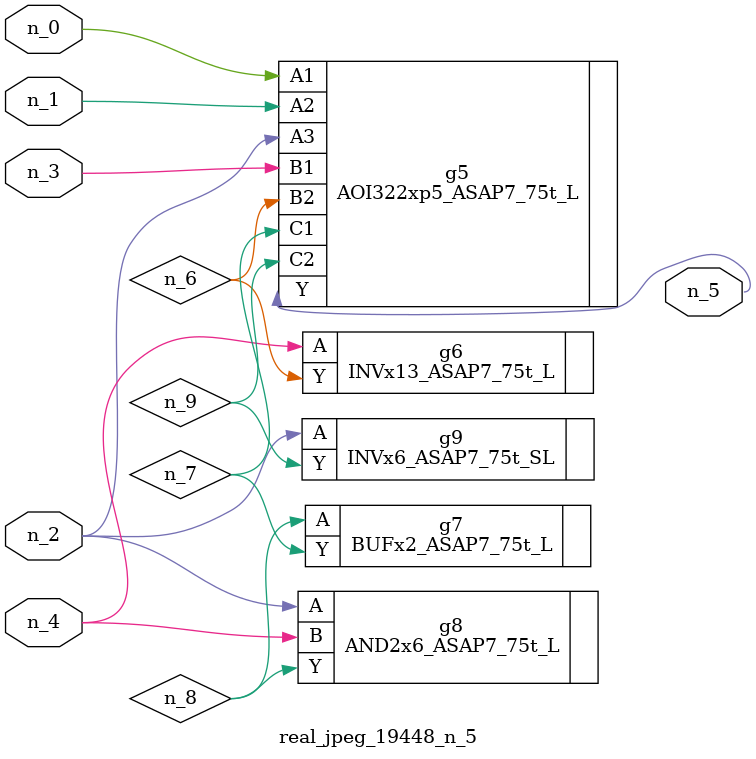
<source format=v>
module real_jpeg_19448_n_5 (n_4, n_0, n_1, n_2, n_3, n_5);

input n_4;
input n_0;
input n_1;
input n_2;
input n_3;

output n_5;

wire n_8;
wire n_6;
wire n_7;
wire n_9;

AOI322xp5_ASAP7_75t_L g5 ( 
.A1(n_0),
.A2(n_1),
.A3(n_2),
.B1(n_3),
.B2(n_6),
.C1(n_7),
.C2(n_9),
.Y(n_5)
);

AND2x6_ASAP7_75t_L g8 ( 
.A(n_2),
.B(n_4),
.Y(n_8)
);

INVx6_ASAP7_75t_SL g9 ( 
.A(n_2),
.Y(n_9)
);

INVx13_ASAP7_75t_L g6 ( 
.A(n_4),
.Y(n_6)
);

BUFx2_ASAP7_75t_L g7 ( 
.A(n_8),
.Y(n_7)
);


endmodule
</source>
